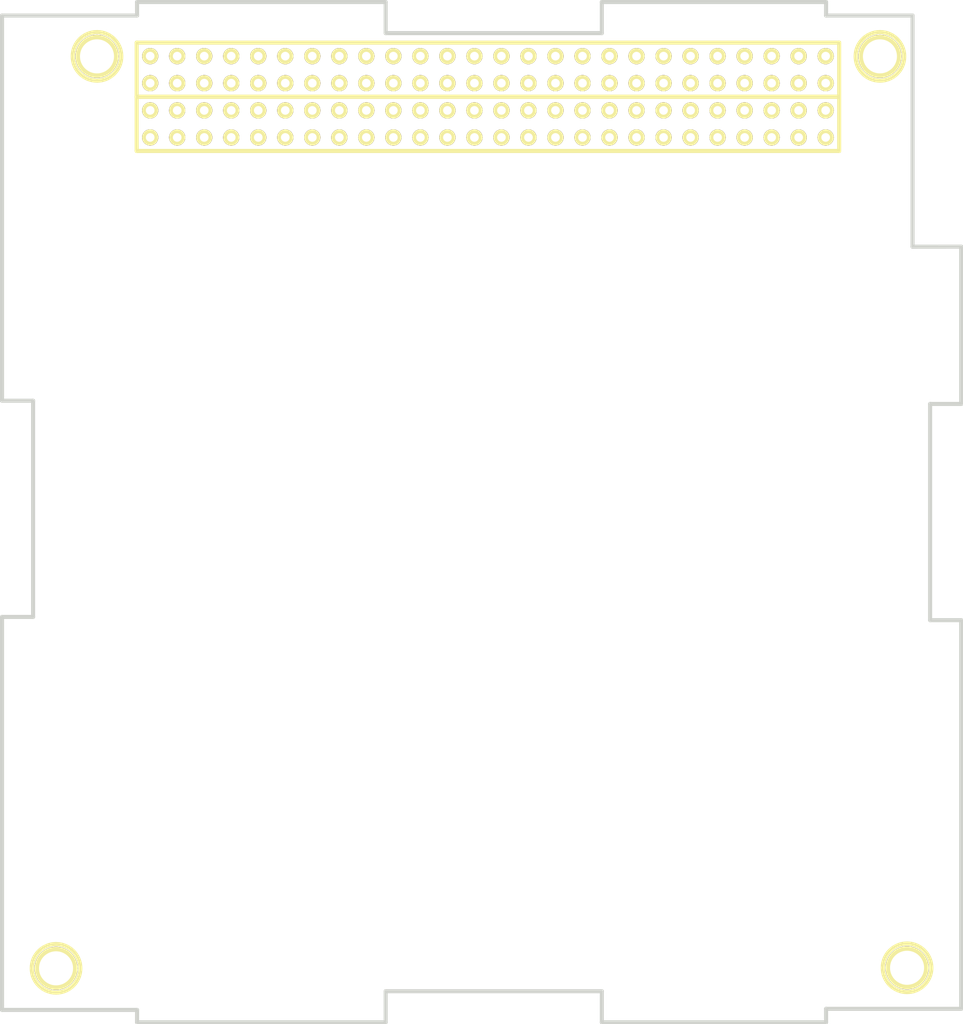
<source format=kicad_pcb>
(kicad_pcb (version 20221018) (generator pcbnew)
  (layers (0 "F.Cu" signal "Front") (31 "B.Cu" signal "Back") (34 "B.Paste" user) (35 "F.Paste" user) (36 "B.SilkS" user) (37 "F.SilkS" user) (38 "B.Mask" user) (39 "F.Mask" user) (44 "Edge.Cuts" user))
  (net 0 "")
  (footprint "1pin" (layer "F.Cu") (at 77.50048 48.75022)
    (fp_text reference "1PIN" hide)
    (fp_text value "P***" hide)
    (fp_circle (center 0 0) (end 0 -2.286) (stroke (width 0.381)) (fill none) (layer "F.SilkS"))
    (pad "1" thru_hole circle (at 0 0) (size 4.064 4.064) (drill 3.2004) (layers "*.Cu" "*.Mask" "F.SilkS"))
  )
  (footprint "1pin" (layer "F.Cu") (at 151.09952 48.75022)
    (fp_text reference "1PIN" hide)
    (fp_text value "P***" hide)
    (fp_circle (center 0 0) (end 0 -2.286) (stroke (width 0.381)) (fill none) (layer "F.SilkS"))
    (pad "1" thru_hole circle (at 0 0) (size 4.064 4.064) (drill 3.2004) (layers "*.Cu" "*.Mask" "F.SilkS"))
  )
  (footprint "1pin" (layer "F.Cu") (at 73.64984 134.44982)
    (fp_text reference "1PIN" hide)
    (fp_text value "P***" hide)
    (fp_circle (center 0 0) (end 0 -2.286) (stroke (width 0.381)) (fill none) (layer "F.SilkS"))
    (pad "1" thru_hole circle (at 0 0) (size 4.064 4.064) (drill 3.2004) (layers "*.Cu" "*.Mask" "F.SilkS"))
  )
  (footprint "1pin" (layer "F.Cu") (at 153.64968 134.39902)
    (fp_text reference "1PIN" hide)
    (fp_text value "P***" hide)
    (fp_circle (center 0 0) (end 0 -2.286) (stroke (width 0.381)) (fill none) (layer "F.SilkS"))
    (pad "1" thru_hole circle (at 0 0) (size 4.064 4.064) (drill 3.2004) (layers "*.Cu" "*.Mask" "F.SilkS"))
  )
  (footprint "CSK_Header" (layer "F.Cu") (at 114.2492 55.10022 90)
    (fp_text reference "H1" hide)
    (fp_text value "H1" hide)
    (fp_line (start -2.54 -33.02) (end 2.54 -33.02) (stroke (width 0.381)) (layer "F.SilkS"))
    (fp_line (start -2.54 33.02) (end -2.54 -33.02) (stroke (width 0.381)) (layer "F.SilkS"))
    (fp_line (start 2.54 -33.02) (end 2.54 33.02) (stroke (width 0.381)) (layer "F.SilkS"))
    (fp_line (start 2.54 33.02) (end -2.54 33.02) (stroke (width 0.381)) (layer "F.SilkS"))
    (pad "1" thru_hole circle (at -1.27 -31.75 90) (size 1.524 1.524) (drill 0.8128) (layers "*.Cu" "*.Mask" "F.SilkS"))
    (pad "2" thru_hole circle (at 1.27 -31.75 90) (size 1.524 1.524) (drill 0.8128) (layers "*.Cu" "*.Mask" "F.SilkS"))
    (pad "3" thru_hole circle (at -1.27 -29.21 90) (size 1.524 1.524) (drill 0.8128) (layers "*.Cu" "*.Mask" "F.SilkS"))
    (pad "4" thru_hole circle (at 1.27 -29.21 90) (size 1.524 1.524) (drill 0.8128) (layers "*.Cu" "*.Mask" "F.SilkS"))
    (pad "5" thru_hole circle (at -1.27 -26.67 90) (size 1.524 1.524) (drill 0.8128) (layers "*.Cu" "*.Mask" "F.SilkS"))
    (pad "6" thru_hole circle (at 1.27 -26.67 90) (size 1.524 1.524) (drill 0.8128) (layers "*.Cu" "*.Mask" "F.SilkS"))
    (pad "7" thru_hole circle (at -1.27 -24.13 90) (size 1.524 1.524) (drill 0.8128) (layers "*.Cu" "*.Mask" "F.SilkS"))
    (pad "8" thru_hole circle (at 1.27 -24.13 90) (size 1.524 1.524) (drill 0.8128) (layers "*.Cu" "*.Mask" "F.SilkS"))
    (pad "9" thru_hole circle (at -1.27 -21.59 90) (size 1.524 1.524) (drill 0.8128) (layers "*.Cu" "*.Mask" "F.SilkS"))
    (pad "10" thru_hole circle (at 1.27 -21.59 90) (size 1.524 1.524) (drill 0.8128) (layers "*.Cu" "*.Mask" "F.SilkS"))
    (pad "11" thru_hole circle (at -1.27 -19.05 90) (size 1.524 1.524) (drill 0.8128) (layers "*.Cu" "*.Mask" "F.SilkS"))
    (pad "12" thru_hole circle (at 1.27 -19.05 90) (size 1.524 1.524) (drill 0.8128) (layers "*.Cu" "*.Mask" "F.SilkS"))
    (pad "13" thru_hole circle (at -1.27 -16.51 90) (size 1.524 1.524) (drill 0.8128) (layers "*.Cu" "*.Mask" "F.SilkS"))
    (pad "14" thru_hole circle (at 1.27 -16.51 90) (size 1.524 1.524) (drill 0.8128) (layers "*.Cu" "*.Mask" "F.SilkS"))
    (pad "15" thru_hole circle (at -1.27 -13.97 90) (size 1.524 1.524) (drill 0.8128) (layers "*.Cu" "*.Mask" "F.SilkS"))
    (pad "16" thru_hole circle (at 1.27 -13.97 90) (size 1.524 1.524) (drill 0.8128) (layers "*.Cu" "*.Mask" "F.SilkS"))
    (pad "17" thru_hole circle (at -1.27 -11.43 90) (size 1.524 1.524) (drill 0.8128) (layers "*.Cu" "*.Mask" "F.SilkS"))
    (pad "18" thru_hole circle (at 1.27 -11.43 90) (size 1.524 1.524) (drill 0.8128) (layers "*.Cu" "*.Mask" "F.SilkS"))
    (pad "19" thru_hole circle (at -1.27 -8.89 90) (size 1.524 1.524) (drill 0.8128) (layers "*.Cu" "*.Mask" "F.SilkS"))
    (pad "20" thru_hole circle (at 1.27 -8.89 90) (size 1.524 1.524) (drill 0.8128) (layers "*.Cu" "*.Mask" "F.SilkS"))
    (pad "21" thru_hole circle (at -1.27 -6.35 90) (size 1.524 1.524) (drill 0.8128) (layers "*.Cu" "*.Mask" "F.SilkS"))
    (pad "22" thru_hole circle (at 1.27 -6.35 90) (size 1.524 1.524) (drill 0.8128) (layers "*.Cu" "*.Mask" "F.SilkS"))
    (pad "23" thru_hole circle (at -1.27 -3.81 90) (size 1.524 1.524) (drill 0.8128) (layers "*.Cu" "*.Mask" "F.SilkS"))
    (pad "24" thru_hole circle (at 1.27 -3.81 90) (size 1.524 1.524) (drill 0.8128) (layers "*.Cu" "*.Mask" "F.SilkS"))
    (pad "25" thru_hole circle (at -1.27 -1.27 90) (size 1.524 1.524) (drill 0.8128) (layers "*.Cu" "*.Mask" "F.SilkS"))
    (pad "26" thru_hole circle (at 1.27 -1.27 90) (size 1.524 1.524) (drill 0.8128) (layers "*.Cu" "*.Mask" "F.SilkS"))
    (pad "27" thru_hole circle (at -1.27 1.27 90) (size 1.524 1.524) (drill 0.8128) (layers "*.Cu" "*.Mask" "F.SilkS"))
    (pad "28" thru_hole circle (at 1.27 1.27 90) (size 1.524 1.524) (drill 0.8128) (layers "*.Cu" "*.Mask" "F.SilkS"))
    (pad "29" thru_hole circle (at -1.27 3.81 90) (size 1.524 1.524) (drill 0.8128) (layers "*.Cu" "*.Mask" "F.SilkS"))
    (pad "30" thru_hole circle (at 1.27 3.81 90) (size 1.524 1.524) (drill 0.8128) (layers "*.Cu" "*.Mask" "F.SilkS"))
    (pad "31" thru_hole circle (at -1.27 6.35 90) (size 1.524 1.524) (drill 0.8128) (layers "*.Cu" "*.Mask" "F.SilkS"))
    (pad "32" thru_hole circle (at 1.27 6.35 90) (size 1.524 1.524) (drill 0.8128) (layers "*.Cu" "*.Mask" "F.SilkS"))
    (pad "33" thru_hole circle (at -1.27 8.89 90) (size 1.524 1.524) (drill 0.8128) (layers "*.Cu" "*.Mask" "F.SilkS"))
    (pad "34" thru_hole circle (at 1.27 8.89 90) (size 1.524 1.524) (drill 0.8128) (layers "*.Cu" "*.Mask" "F.SilkS"))
    (pad "35" thru_hole circle (at -1.27 11.43 90) (size 1.524 1.524) (drill 0.8128) (layers "*.Cu" "*.Mask" "F.SilkS"))
    (pad "36" thru_hole circle (at 1.27 11.43 90) (size 1.524 1.524) (drill 0.8128) (layers "*.Cu" "*.Mask" "F.SilkS"))
    (pad "37" thru_hole circle (at -1.27 13.97 90) (size 1.524 1.524) (drill 0.8128) (layers "*.Cu" "*.Mask" "F.SilkS"))
    (pad "38" thru_hole circle (at 1.27 13.97 90) (size 1.524 1.524) (drill 0.8128) (layers "*.Cu" "*.Mask" "F.SilkS"))
    (pad "39" thru_hole circle (at -1.27 16.51 90) (size 1.524 1.524) (drill 0.8128) (layers "*.Cu" "*.Mask" "F.SilkS"))
    (pad "40" thru_hole circle (at 1.27 16.51 90) (size 1.524 1.524) (drill 0.8128) (layers "*.Cu" "*.Mask" "F.SilkS"))
    (pad "41" thru_hole circle (at -1.27 19.05 90) (size 1.524 1.524) (drill 0.8128) (layers "*.Cu" "*.Mask" "F.SilkS"))
    (pad "42" thru_hole circle (at 1.27 19.05 90) (size 1.524 1.524) (drill 0.8128) (layers "*.Cu" "*.Mask" "F.SilkS"))
    (pad "43" thru_hole circle (at -1.27 21.59 90) (size 1.524 1.524) (drill 0.8128) (layers "*.Cu" "*.Mask" "F.SilkS"))
    (pad "44" thru_hole circle (at 1.27 21.59 90) (size 1.524 1.524) (drill 0.8128) (layers "*.Cu" "*.Mask" "F.SilkS"))
    (pad "45" thru_hole circle (at -1.27 24.13 90) (size 1.524 1.524) (drill 0.8128) (layers "*.Cu" "*.Mask" "F.SilkS"))
    (pad "46" thru_hole circle (at 1.27 24.13 90) (size 1.524 1.524) (drill 0.8128) (layers "*.Cu" "*.Mask" "F.SilkS"))
    (pad "47" thru_hole circle (at -1.27 26.67 90) (size 1.524 1.524) (drill 0.8128) (layers "*.Cu" "*.Mask" "F.SilkS"))
    (pad "48" thru_hole circle (at 1.27 26.67 90) (size 1.524 1.524) (drill 0.8128) (layers "*.Cu" "*.Mask" "F.SilkS"))
    (pad "49" thru_hole circle (at -1.27 29.21 90) (size 1.524 1.524) (drill 0.8128) (layers "*.Cu" "*.Mask" "F.SilkS"))
    (pad "50" thru_hole circle (at 1.27 29.21 90) (size 1.524 1.524) (drill 0.8128) (layers "*.Cu" "*.Mask" "F.SilkS"))
    (pad "51" thru_hole circle (at -1.27 31.75 90) (size 1.524 1.524) (drill 0.8128) (layers "*.Cu" "*.Mask" "F.SilkS"))
    (pad "52" thru_hole circle (at 1.27 31.75 90) (size 1.524 1.524) (drill 0.8128) (layers "*.Cu" "*.Mask" "F.SilkS"))
  )
  (footprint "CSK_Header" (layer "F.Cu") (at 114.2492 49.9999 90)
    (fp_text reference "H2" hide)
    (fp_text value "H2" hide)
    (fp_line (start -2.54 -33.02) (end 2.54 -33.02) (stroke (width 0.381)) (layer "F.SilkS"))
    (fp_line (start -2.54 33.02) (end -2.54 -33.02) (stroke (width 0.381)) (layer "F.SilkS"))
    (fp_line (start 2.54 -33.02) (end 2.54 33.02) (stroke (width 0.381)) (layer "F.SilkS"))
    (fp_line (start 2.54 33.02) (end -2.54 33.02) (stroke (width 0.381)) (layer "F.SilkS"))
    (pad "1" thru_hole circle (at -1.27 -31.75 90) (size 1.524 1.524) (drill 0.8128) (layers "*.Cu" "*.Mask" "F.SilkS"))
    (pad "2" thru_hole circle (at 1.27 -31.75 90) (size 1.524 1.524) (drill 0.8128) (layers "*.Cu" "*.Mask" "F.SilkS"))
    (pad "3" thru_hole circle (at -1.27 -29.21 90) (size 1.524 1.524) (drill 0.8128) (layers "*.Cu" "*.Mask" "F.SilkS"))
    (pad "4" thru_hole circle (at 1.27 -29.21 90) (size 1.524 1.524) (drill 0.8128) (layers "*.Cu" "*.Mask" "F.SilkS"))
    (pad "5" thru_hole circle (at -1.27 -26.67 90) (size 1.524 1.524) (drill 0.8128) (layers "*.Cu" "*.Mask" "F.SilkS"))
    (pad "6" thru_hole circle (at 1.27 -26.67 90) (size 1.524 1.524) (drill 0.8128) (layers "*.Cu" "*.Mask" "F.SilkS"))
    (pad "7" thru_hole circle (at -1.27 -24.13 90) (size 1.524 1.524) (drill 0.8128) (layers "*.Cu" "*.Mask" "F.SilkS"))
    (pad "8" thru_hole circle (at 1.27 -24.13 90) (size 1.524 1.524) (drill 0.8128) (layers "*.Cu" "*.Mask" "F.SilkS"))
    (pad "9" thru_hole circle (at -1.27 -21.59 90) (size 1.524 1.524) (drill 0.8128) (layers "*.Cu" "*.Mask" "F.SilkS"))
    (pad "10" thru_hole circle (at 1.27 -21.59 90) (size 1.524 1.524) (drill 0.8128) (layers "*.Cu" "*.Mask" "F.SilkS"))
    (pad "11" thru_hole circle (at -1.27 -19.05 90) (size 1.524 1.524) (drill 0.8128) (layers "*.Cu" "*.Mask" "F.SilkS"))
    (pad "12" thru_hole circle (at 1.27 -19.05 90) (size 1.524 1.524) (drill 0.8128) (layers "*.Cu" "*.Mask" "F.SilkS"))
    (pad "13" thru_hole circle (at -1.27 -16.51 90) (size 1.524 1.524) (drill 0.8128) (layers "*.Cu" "*.Mask" "F.SilkS"))
    (pad "14" thru_hole circle (at 1.27 -16.51 90) (size 1.524 1.524) (drill 0.8128) (layers "*.Cu" "*.Mask" "F.SilkS"))
    (pad "15" thru_hole circle (at -1.27 -13.97 90) (size 1.524 1.524) (drill 0.8128) (layers "*.Cu" "*.Mask" "F.SilkS"))
    (pad "16" thru_hole circle (at 1.27 -13.97 90) (size 1.524 1.524) (drill 0.8128) (layers "*.Cu" "*.Mask" "F.SilkS"))
    (pad "17" thru_hole circle (at -1.27 -11.43 90) (size 1.524 1.524) (drill 0.8128) (layers "*.Cu" "*.Mask" "F.SilkS"))
    (pad "18" thru_hole circle (at 1.27 -11.43 90) (size 1.524 1.524) (drill 0.8128) (layers "*.Cu" "*.Mask" "F.SilkS"))
    (pad "19" thru_hole circle (at -1.27 -8.89 90) (size 1.524 1.524) (drill 0.8128) (layers "*.Cu" "*.Mask" "F.SilkS"))
    (pad "20" thru_hole circle (at 1.27 -8.89 90) (size 1.524 1.524) (drill 0.8128) (layers "*.Cu" "*.Mask" "F.SilkS"))
    (pad "21" thru_hole circle (at -1.27 -6.35 90) (size 1.524 1.524) (drill 0.8128) (layers "*.Cu" "*.Mask" "F.SilkS"))
    (pad "22" thru_hole circle (at 1.27 -6.35 90) (size 1.524 1.524) (drill 0.8128) (layers "*.Cu" "*.Mask" "F.SilkS"))
    (pad "23" thru_hole circle (at -1.27 -3.81 90) (size 1.524 1.524) (drill 0.8128) (layers "*.Cu" "*.Mask" "F.SilkS"))
    (pad "24" thru_hole circle (at 1.27 -3.81 90) (size 1.524 1.524) (drill 0.8128) (layers "*.Cu" "*.Mask" "F.SilkS"))
    (pad "25" thru_hole circle (at -1.27 -1.27 90) (size 1.524 1.524) (drill 0.8128) (layers "*.Cu" "*.Mask" "F.SilkS"))
    (pad "26" thru_hole circle (at 1.27 -1.27 90) (size 1.524 1.524) (drill 0.8128) (layers "*.Cu" "*.Mask" "F.SilkS"))
    (pad "27" thru_hole circle (at -1.27 1.27 90) (size 1.524 1.524) (drill 0.8128) (layers "*.Cu" "*.Mask" "F.SilkS"))
    (pad "28" thru_hole circle (at 1.27 1.27 90) (size 1.524 1.524) (drill 0.8128) (layers "*.Cu" "*.Mask" "F.SilkS"))
    (pad "29" thru_hole circle (at -1.27 3.81 90) (size 1.524 1.524) (drill 0.8128) (layers "*.Cu" "*.Mask" "F.SilkS"))
    (pad "30" thru_hole circle (at 1.27 3.81 90) (size 1.524 1.524) (drill 0.8128) (layers "*.Cu" "*.Mask" "F.SilkS"))
    (pad "31" thru_hole circle (at -1.27 6.35 90) (size 1.524 1.524) (drill 0.8128) (layers "*.Cu" "*.Mask" "F.SilkS"))
    (pad "32" thru_hole circle (at 1.27 6.35 90) (size 1.524 1.524) (drill 0.8128) (layers "*.Cu" "*.Mask" "F.SilkS"))
    (pad "33" thru_hole circle (at -1.27 8.89 90) (size 1.524 1.524) (drill 0.8128) (layers "*.Cu" "*.Mask" "F.SilkS"))
    (pad "34" thru_hole circle (at 1.27 8.89 90) (size 1.524 1.524) (drill 0.8128) (layers "*.Cu" "*.Mask" "F.SilkS"))
    (pad "35" thru_hole circle (at -1.27 11.43 90) (size 1.524 1.524) (drill 0.8128) (layers "*.Cu" "*.Mask" "F.SilkS"))
    (pad "36" thru_hole circle (at 1.27 11.43 90) (size 1.524 1.524) (drill 0.8128) (layers "*.Cu" "*.Mask" "F.SilkS"))
    (pad "37" thru_hole circle (at -1.27 13.97 90) (size 1.524 1.524) (drill 0.8128) (layers "*.Cu" "*.Mask" "F.SilkS"))
    (pad "38" thru_hole circle (at 1.27 13.97 90) (size 1.524 1.524) (drill 0.8128) (layers "*.Cu" "*.Mask" "F.SilkS"))
    (pad "39" thru_hole circle (at -1.27 16.51 90) (size 1.524 1.524) (drill 0.8128) (layers "*.Cu" "*.Mask" "F.SilkS"))
    (pad "40" thru_hole circle (at 1.27 16.51 90) (size 1.524 1.524) (drill 0.8128) (layers "*.Cu" "*.Mask" "F.SilkS"))
    (pad "41" thru_hole circle (at -1.27 19.05 90) (size 1.524 1.524) (drill 0.8128) (layers "*.Cu" "*.Mask" "F.SilkS"))
    (pad "42" thru_hole circle (at 1.27 19.05 90) (size 1.524 1.524) (drill 0.8128) (layers "*.Cu" "*.Mask" "F.SilkS"))
    (pad "43" thru_hole circle (at -1.27 21.59 90) (size 1.524 1.524) (drill 0.8128) (layers "*.Cu" "*.Mask" "F.SilkS"))
    (pad "44" thru_hole circle (at 1.27 21.59 90) (size 1.524 1.524) (drill 0.8128) (layers "*.Cu" "*.Mask" "F.SilkS"))
    (pad "45" thru_hole circle (at -1.27 24.13 90) (size 1.524 1.524) (drill 0.8128) (layers "*.Cu" "*.Mask" "F.SilkS"))
    (pad "46" thru_hole circle (at 1.27 24.13 90) (size 1.524 1.524) (drill 0.8128) (layers "*.Cu" "*.Mask" "F.SilkS"))
    (pad "47" thru_hole circle (at -1.27 26.67 90) (size 1.524 1.524) (drill 0.8128) (layers "*.Cu" "*.Mask" "F.SilkS"))
    (pad "48" thru_hole circle (at 1.27 26.67 90) (size 1.524 1.524) (drill 0.8128) (layers "*.Cu" "*.Mask" "F.SilkS"))
    (pad "49" thru_hole circle (at -1.27 29.21 90) (size 1.524 1.524) (drill 0.8128) (layers "*.Cu" "*.Mask" "F.SilkS"))
    (pad "50" thru_hole circle (at 1.27 29.21 90) (size 1.524 1.524) (drill 0.8128) (layers "*.Cu" "*.Mask" "F.SilkS"))
    (pad "51" thru_hole circle (at -1.27 31.75 90) (size 1.524 1.524) (drill 0.8128) (layers "*.Cu" "*.Mask" "F.SilkS"))
    (pad "52" thru_hole circle (at 1.27 31.75 90) (size 1.524 1.524) (drill 0.8128) (layers "*.Cu" "*.Mask" "F.SilkS"))
  )
  (gr_line (start 124.9553 46.56582) (end 104.6353 46.56582) (stroke (width 0.381)) (layer "Edge.Cuts"))
  (gr_line (start 104.6353 139.52474) (end 104.6353 136.60374) (stroke (width 0.381)) (layer "Edge.Cuts"))
  (gr_line (start 68.57238 101.42982) (end 68.57238 138.35888) (stroke (width 0.381)) (layer "Edge.Cuts"))
  (gr_line (start 68.57238 81.10982) (end 71.49338 81.10982) (stroke (width 0.381)) (layer "Edge.Cuts"))
  (gr_line (start 68.57238 44.91482) (end 68.57238 81.10982) (stroke (width 0.381)) (layer "Edge.Cuts"))
  (gr_line (start 81.2673 138.35888) (end 81.2673 139.52474) (stroke (width 0.381)) (layer "Edge.Cuts"))
  (gr_line (start 81.2673 44.91482) (end 68.57238 44.91482) (stroke (width 0.381)) (layer "Edge.Cuts"))
  (gr_line (start 154.1653 44.91482) (end 146.0373 44.91482) (stroke (width 0.381)) (layer "Edge.Cuts"))
  (gr_line (start 124.9553 139.52474) (end 146.0373 139.52474) (stroke (width 0.381)) (layer "Edge.Cuts"))
  (gr_line (start 71.49338 101.42982) (end 68.57238 101.42982) (stroke (width 0.381)) (layer "Edge.Cuts"))
  (gr_line (start 81.2673 139.52474) (end 104.6353 139.52474) (stroke (width 0.381)) (layer "Edge.Cuts"))
  (gr_line (start 104.6353 136.60374) (end 124.9553 136.60374) (stroke (width 0.381)) (layer "Edge.Cuts"))
  (gr_line (start 154.1653 66.6369) (end 154.1653 44.91482) (stroke (width 0.381)) (layer "Edge.Cuts"))
  (gr_line (start 146.0373 44.91482) (end 146.0373 43.64482) (stroke (width 0.381)) (layer "Edge.Cuts"))
  (gr_line (start 124.9553 136.60374) (end 124.9553 139.52474) (stroke (width 0.381)) (layer "Edge.Cuts"))
  (gr_line (start 146.0373 138.25474) (end 158.7373 138.25474) (stroke (width 0.381)) (layer "Edge.Cuts"))
  (gr_line (start 158.7373 138.25474) (end 158.7373 101.73462) (stroke (width 0.381)) (layer "Edge.Cuts"))
  (gr_line (start 124.9553 43.64482) (end 124.9553 46.56582) (stroke (width 0.381)) (layer "Edge.Cuts"))
  (gr_line (start 146.0373 43.64482) (end 124.9553 43.64482) (stroke (width 0.381)) (layer "Edge.Cuts"))
  (gr_line (start 68.57238 138.35888) (end 81.2673 138.35888) (stroke (width 0.381)) (layer "Edge.Cuts"))
  (gr_line (start 71.49338 81.10982) (end 71.49338 101.42982) (stroke (width 0.381)) (layer "Edge.Cuts"))
  (gr_line (start 155.8163 101.73462) (end 155.8163 81.41462) (stroke (width 0.381)) (layer "Edge.Cuts"))
  (gr_line (start 104.6353 46.56582) (end 104.6353 43.64482) (stroke (width 0.381)) (layer "Edge.Cuts"))
  (gr_line (start 158.7373 81.41462) (end 158.7373 66.63182) (stroke (width 0.381)) (layer "Edge.Cuts"))
  (gr_line (start 146.0373 139.52474) (end 146.0373 138.25474) (stroke (width 0.381)) (layer "Edge.Cuts"))
  (gr_line (start 81.2673 43.64482) (end 81.2673 44.91482) (stroke (width 0.381)) (layer "Edge.Cuts"))
  (gr_line (start 155.8163 81.41462) (end 158.7373 81.41462) (stroke (width 0.381)) (layer "Edge.Cuts"))
  (gr_line (start 104.6353 43.64482) (end 81.2673 43.64482) (stroke (width 0.381)) (layer "Edge.Cuts"))
  (gr_line (start 158.7373 101.73462) (end 155.8163 101.73462) (stroke (width 0.381)) (layer "Edge.Cuts"))
  (gr_line (start 158.7373 66.63182) (end 154.1653 66.6369) (stroke (width 0.381)) (layer "Edge.Cuts"))
)
</source>
